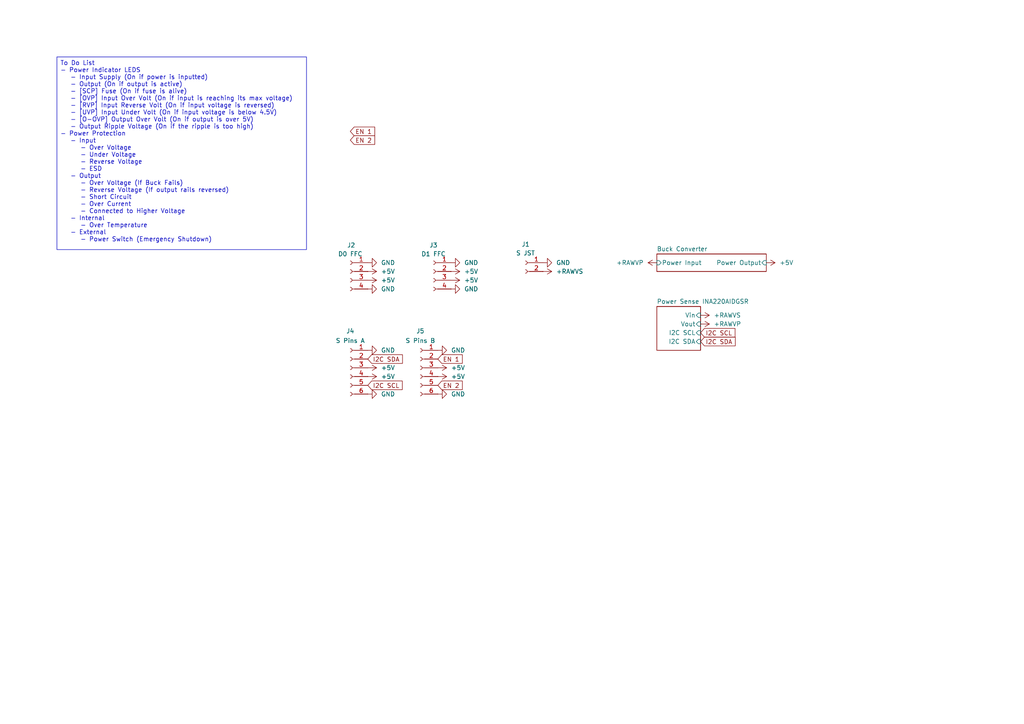
<source format=kicad_sch>
(kicad_sch (version 20231120) (generator "eeschema") (generator_version "8.0")
  (paper "A4")
  (lib_symbols
    (symbol "Connector:Conn_01x02_Socket" (pin_names (offset 1.016) hide)
      (property "Reference" "J" (at 0 2.54 0))
      (property "Value" "Conn_01x02_Socket" (at 0 -5.08 0))
      (symbol "Conn_01x02_Socket_1_1"
        (arc (start 0 -2.032) (mid -0.5058 -2.54) (end 0 -3.048) (stroke (width 0.1524)))
        (polyline (pts (xy -1.27 -2.54) (xy -0.508 -2.54)) (stroke (width 0.1524)))
        (polyline (pts (xy -1.27 0) (xy -0.508 0)) (stroke (width 0.1524)))
        (arc (start 0 0.508) (mid -0.5058 0) (end 0 -0.508) (stroke (width 0.1524)))
        (pin passive line (at -5.08 0 0) (length 3.81) (name "Pin_1") (number "1"))
        (pin passive line (at -5.08 -2.54 0) (length 3.81) (name "Pin_2") (number "2"))
      )
    )
    (symbol "Connector:Conn_01x04_Socket" (pin_names (offset 1.016) hide)
      (property "Reference" "J" (at 0 5.08 0))
      (property "Value" "Conn_01x04_Socket" (at 0 -7.62 0))
      (symbol "Conn_01x04_Socket_1_1"
        (arc (start 0 -4.572) (mid -0.5058 -5.08) (end 0 -5.588) (stroke (width 0.1524)))
        (arc (start 0 -2.032) (mid -0.5058 -2.54) (end 0 -3.048) (stroke (width 0.1524)))
        (polyline (pts (xy -1.27 -5.08) (xy -0.508 -5.08)) (stroke (width 0.1524)))
        (polyline (pts (xy -1.27 -2.54) (xy -0.508 -2.54)) (stroke (width 0.1524)))
        (polyline (pts (xy -1.27 0) (xy -0.508 0)) (stroke (width 0.1524)))
        (polyline (pts (xy -1.27 2.54) (xy -0.508 2.54)) (stroke (width 0.1524)))
        (arc (start 0 0.508) (mid -0.5058 0) (end 0 -0.508) (stroke (width 0.1524)))
        (arc (start 0 3.048) (mid -0.5058 2.54) (end 0 2.032) (stroke (width 0.1524)))
        (pin passive line (at -5.08 2.54 0) (length 3.81) (name "Pin_1") (number "1"))
        (pin passive line (at -5.08 0 0) (length 3.81) (name "Pin_2") (number "2"))
        (pin passive line (at -5.08 -2.54 0) (length 3.81) (name "Pin_3") (number "3"))
        (pin passive line (at -5.08 -5.08 0) (length 3.81) (name "Pin_4") (number "4"))
      )
    )
    (symbol "Connector:Conn_01x06_Socket" (pin_names (offset 1.016) hide)
      (property "Reference" "J" (at 0 7.62 0))
      (property "Value" "Conn_01x06_Socket" (at 0 -10.16 0))
      (symbol "Conn_01x06_Socket_1_1"
        (arc (start 0 -7.112) (mid -0.5058 -7.62) (end 0 -8.128) (stroke (width 0.1524)))
        (arc (start 0 -4.572) (mid -0.5058 -5.08) (end 0 -5.588) (stroke (width 0.1524)))
        (arc (start 0 -2.032) (mid -0.5058 -2.54) (end 0 -3.048) (stroke (width 0.1524)))
        (polyline (pts (xy -1.27 -7.62) (xy -0.508 -7.62)) (stroke (width 0.1524)))
        (polyline (pts (xy -1.27 -5.08) (xy -0.508 -5.08)) (stroke (width 0.1524)))
        (polyline (pts (xy -1.27 -2.54) (xy -0.508 -2.54)) (stroke (width 0.1524)))
        (polyline (pts (xy -1.27 0) (xy -0.508 0)) (stroke (width 0.1524)))
        (polyline (pts (xy -1.27 2.54) (xy -0.508 2.54)) (stroke (width 0.1524)))
        (polyline (pts (xy -1.27 5.08) (xy -0.508 5.08)) (stroke (width 0.1524)))
        (arc (start 0 0.508) (mid -0.5058 0) (end 0 -0.508) (stroke (width 0.1524)))
        (arc (start 0 3.048) (mid -0.5058 2.54) (end 0 2.032) (stroke (width 0.1524)))
        (arc (start 0 5.588) (mid -0.5058 5.08) (end 0 4.572) (stroke (width 0.1524)))
        (pin passive line (at -5.08 5.08 0) (length 3.81) (name "Pin_1") (number "1"))
        (pin passive line (at -5.08 2.54 0) (length 3.81) (name "Pin_2") (number "2"))
        (pin passive line (at -5.08 0 0) (length 3.81) (name "Pin_3") (number "3"))
        (pin passive line (at -5.08 -2.54 0) (length 3.81) (name "Pin_4") (number "4"))
        (pin passive line (at -5.08 -5.08 0) (length 3.81) (name "Pin_5") (number "5"))
        (pin passive line (at -5.08 -7.62 0) (length 3.81) (name "Pin_6") (number "6"))
      )
    )
    (symbol "power:+5V" (power) (pin_numbers hide) (pin_names (offset 0) hide)
      (property "Value" "+5V" (at 0 3.556 0))
      (symbol "+5V_0_1"
        (polyline (pts (xy -0.762 1.27) (xy 0 2.54)))
        (polyline (pts (xy 0 0) (xy 0 2.54)))
        (polyline (pts (xy 0 2.54) (xy 0.762 1.27)))
      )
      (symbol "+5V_1_1"
        (pin power_in line (at 0 0 90) (length 0) (name "~") (number "1"))
      )
    )
    (symbol "power:+5VP" (power) (pin_numbers hide) (pin_names (offset 0) hide)
      (property "Value" "+5VP" (at 0 3.556 0))
      (symbol "+5VP_0_1"
        (polyline (pts (xy -0.762 1.27) (xy 0 2.54)))
        (polyline (pts (xy 0 0) (xy 0 2.54)))
        (polyline (pts (xy 0 2.54) (xy 0.762 1.27)))
      )
      (symbol "+5VP_1_1"
        (pin power_in line (at 0 0 90) (length 0) (name "~") (number "1"))
      )
    )
    (symbol "power:GND" (power) (pin_numbers hide) (pin_names (offset 0) hide)
      (property "Value" "GND" (at 0 -3.81 0))
      (symbol "GND_0_1"
        (polyline (pts (xy 0 0) (xy 0 -1.27) (xy 1.27 -1.27) (xy 0 -2.54) (xy -1.27 -1.27) (xy 0 -1.27)))
      )
      (symbol "GND_1_1"
        (pin power_in line (at 0 0 270) (length 0) (name "~") (number "1"))
      )
    )
  )
  (text_box "To Do List\n- Power Indicator LEDS\n   - Input Supply (On if power is inputted)\n   - Output (On if output is active)\n   - [SCP] Fuse (On if fuse is alive)\n   - [OVP] Input Over Volt (On if input is reaching its max voltage)\n   - [RVP] Input Reverse Volt (On if input voltage is reversed)\n   - [UVP] Input Under Volt (On if input voltage is below 4.5V)\n   - [O-OVP] Output Over Volt (On if output is over 5V)\n   - Output Ripple Voltage (On if the ripple is too high)\n- Power Protection\n   - Input\n      - Over Voltage\n      - Under Voltage\n      - Reverse Voltage\n      - ESD\n   - Output\n      - Over Voltage (If Buck Fails)\n      - Reverse Voltage (If output rails reversed)\n      - Short Circuit\n      - Over Current\n      - Connected to Higher Voltage\n   - Internal\n      - Over Temperature\n   - External\n      - Power Switch (Emergency Shutdown)" (at 16.51 16.51 0) (size 72.39 55.88) (effects (font (size 1.27 1.27)) (justify left top)))
  (global_label "EN 2" (shape input) (at 101.6 40.64 0) (property "Intersheetrefs" "${INTERSHEET_REFS}" (effects (hide yes))))
  (global_label "I2C SCL" (shape input) (at 106.68 111.76 0) (property "Intersheetrefs" "${INTERSHEET_REFS}" (effects (hide yes))))
  (global_label "I2C SCL" (shape input) (at 203.2 96.52 0) (property "Intersheetrefs" "${INTERSHEET_REFS}" (effects (hide yes))))
  (global_label "EN 1" (shape input) (at 127 104.14 0) (property "Intersheetrefs" "${INTERSHEET_REFS}" (effects (hide yes))))
  (global_label "I2C SDA" (shape input) (at 106.68 104.14 0) (property "Intersheetrefs" "${INTERSHEET_REFS}" (effects (hide yes))))
  (global_label "I2C SDA" (shape input) (at 203.2 99.06 0) (property "Intersheetrefs" "${INTERSHEET_REFS}" (effects (hide yes))))
  (global_label "EN 2" (shape input) (at 127 111.76 0) (property "Intersheetrefs" "${INTERSHEET_REFS}" (effects (hide yes))))
  (global_label "EN 1" (shape input) (at 101.6 38.1 0) (property "Intersheetrefs" "${INTERSHEET_REFS}" (effects (hide yes))))
  (symbol (lib_id "power:+5VP") (at 203.2 91.44 270) (unit 1)
    (property "Reference" "#PWR05" (effects (hide yes)))
    (property "Value" "+RAWVS" (at 207.01 91.4399 90) (effects (justify left)))
    (property "Description" "Power symbol creates a global label with name \"+5VP\"" (effects (hide yes)))
  )
  (symbol (lib_id "power:+5V") (at 106.68 81.28 270) (unit 1)
    (property "Reference" "#PWR025" (effects (hide yes)))
    (property "Value" "+5V" (at 110.49 81.2799 90) (effects (justify left)))
    (property "Description" "Power symbol creates a global label with name \"+5V\"" (effects (hide yes)))
  )
  (symbol (lib_id "power:+5V") (at 106.68 109.22 270) (unit 1)
    (property "Reference" "#PWR033" (effects (hide yes)))
    (property "Value" "+5V" (at 110.49 109.2199 90) (effects (justify left)))
    (property "Description" "Power symbol creates a global label with name \"+5V\"" (effects (hide yes)))
  )
  (symbol (lib_id "power:+5VP") (at 203.2 93.98 270) (unit 1)
    (property "Reference" "#PWR06" (effects (hide yes)))
    (property "Value" "+RAWVP" (at 207.01 93.9799 90) (effects (justify left)))
    (property "Description" "Power symbol creates a global label with name \"+5VP\"" (effects (hide yes)))
  )
  (symbol (lib_id "power:GND") (at 106.68 83.82 90) (unit 1)
    (property "Reference" "#PWR026" (effects (hide yes)))
    (property "Value" "GND" (at 110.49 83.8199 90) (effects (justify right)))
    (property "Description" "Power symbol creates a global label with name \"GND\" , ground" (effects (hide yes)))
  )
  (symbol (lib_id "power:GND") (at 106.68 114.3 90) (unit 1)
    (property "Reference" "#PWR034" (effects (hide yes)))
    (property "Value" "GND" (at 110.49 114.2999 90) (effects (justify right)))
    (property "Description" "Power symbol creates a global label with name \"GND\" , ground" (effects (hide yes)))
  )
  (symbol (lib_id "Connector:Conn_01x04_Socket") (at 101.6 78.74 0) (mirror y) (unit 1)
    (property "Reference" "J2" (at 101.854 71.12 0))
    (property "Value" "D0 FFC" (at 101.6 73.66 0))
    (property "Footprint" "Connector_JST:JST_XH_B4B-XH-A_1x04_P2.50mm_Vertical" (effects (hide yes)))
    (property "Description" "Generic connector, single row, 01x04, script generated" (effects (hide yes)))
  )
  (symbol (lib_id "power:+5VP") (at 190.5 76.2 90) (unit 1)
    (property "Reference" "#PWR01" (effects (hide yes)))
    (property "Value" "+RAWVP" (at 186.69 76.1999 90) (effects (justify left)))
    (property "Description" "Power symbol creates a global label with name \"+5VP\"" (effects (hide yes)))
  )
  (symbol (lib_id "power:+5V") (at 127 106.68 270) (unit 1)
    (property "Reference" "#PWR037" (effects (hide yes)))
    (property "Value" "+5V" (at 130.81 106.6799 90) (effects (justify left)))
    (property "Description" "Power symbol creates a global label with name \"+5V\"" (effects (hide yes)))
  )
  (symbol (lib_id "power:GND") (at 106.68 76.2 90) (unit 1)
    (property "Reference" "#PWR023" (effects (hide yes)))
    (property "Value" "GND" (at 110.49 76.1999 90) (effects (justify right)))
    (property "Description" "Power symbol creates a global label with name \"GND\" , ground" (effects (hide yes)))
  )
  (symbol (lib_id "power:GND") (at 127 101.6 90) (unit 1)
    (property "Reference" "#PWR035" (effects (hide yes)))
    (property "Value" "GND" (at 130.81 101.5999 90) (effects (justify right)))
    (property "Description" "Power symbol creates a global label with name \"GND\" , ground" (effects (hide yes)))
  )
  (symbol (lib_id "power:+5V") (at 106.68 78.74 270) (unit 1)
    (property "Reference" "#PWR024" (effects (hide yes)))
    (property "Value" "+5V" (at 110.49 78.7399 90) (effects (justify left)))
    (property "Description" "Power symbol creates a global label with name \"+5V\"" (effects (hide yes)))
  )
  (symbol (lib_id "power:+5VP") (at 157.48 78.74 270) (unit 1)
    (property "Reference" "#PWR03" (effects (hide yes)))
    (property "Value" "+RAWVS" (at 161.29 78.7399 90) (effects (justify left)))
    (property "Description" "Power symbol creates a global label with name \"+5VP\"" (effects (hide yes)))
  )
  (symbol (lib_id "power:+5V") (at 106.68 106.68 270) (unit 1)
    (property "Reference" "#PWR032" (effects (hide yes)))
    (property "Value" "+5V" (at 110.49 106.6799 90) (effects (justify left)))
    (property "Description" "Power symbol creates a global label with name \"+5V\"" (effects (hide yes)))
  )
  (symbol (lib_id "power:+5V") (at 130.81 78.74 270) (unit 1)
    (property "Reference" "#PWR028" (effects (hide yes)))
    (property "Value" "+5V" (at 134.62 78.7399 90) (effects (justify left)))
    (property "Description" "Power symbol creates a global label with name \"+5V\"" (effects (hide yes)))
  )
  (symbol (lib_id "power:GND") (at 157.48 76.2 90) (unit 1)
    (property "Reference" "#PWR02" (effects (hide yes)))
    (property "Value" "GND" (at 161.29 76.1999 90) (effects (justify right)))
    (property "Description" "Power symbol creates a global label with name \"GND\" , ground" (effects (hide yes)))
  )
  (symbol (lib_id "power:GND") (at 130.81 76.2 90) (unit 1)
    (property "Reference" "#PWR027" (effects (hide yes)))
    (property "Value" "GND" (at 134.62 76.1999 90) (effects (justify right)))
    (property "Description" "Power symbol creates a global label with name \"GND\" , ground" (effects (hide yes)))
  )
  (symbol (lib_id "Connector:Conn_01x06_Socket") (at 121.92 106.68 0) (mirror y) (unit 1)
    (property "Reference" "J5" (at 121.92 96.012 0))
    (property "Value" "S Pins B" (at 121.92 98.806 0))
    (property "Footprint" "Connector_PinHeader_2.54mm:PinHeader_1x06_P2.54mm_Vertical" (effects (hide yes)))
    (property "Description" "Generic connector, single row, 01x06, script generated" (effects (hide yes)))
  )
  (symbol (lib_id "power:+5V") (at 222.25 76.2 270) (unit 1)
    (property "Reference" "#PWR04" (effects (hide yes)))
    (property "Value" "+5V" (at 226.06 76.1999 90) (effects (justify left)))
    (property "Description" "Power symbol creates a global label with name \"+5V\"" (effects (hide yes)))
  )
  (symbol (lib_id "power:GND") (at 127 114.3 90) (unit 1)
    (property "Reference" "#PWR040" (effects (hide yes)))
    (property "Value" "GND" (at 130.81 114.2999 90) (effects (justify right)))
    (property "Description" "Power symbol creates a global label with name \"GND\" , ground" (effects (hide yes)))
  )
  (symbol (lib_id "Connector:Conn_01x02_Socket") (at 152.4 76.2 0) (mirror y) (unit 1)
    (property "Reference" "J1" (at 153.67 70.866 0) (effects (justify left)))
    (property "Value" "S JST" (at 155.194 73.406 0) (effects (justify left)))
    (property "Footprint" "Connector_AMASS:AMASS_XT30PW-M_1x02_P2.50mm_Horizontal" (effects (hide yes)))
    (property "Description" "Generic connector, single row, 01x02, script generated" (effects (hide yes)))
  )
  (symbol (lib_id "Connector:Conn_01x04_Socket") (at 125.73 78.74 0) (mirror y) (unit 1)
    (property "Reference" "J3" (at 125.73 71.12 0))
    (property "Value" "D1 FFC" (at 125.73 73.66 0))
    (property "Footprint" "Connector_JST:JST_XH_B4B-XH-A_1x04_P2.50mm_Vertical" (effects (hide yes)))
    (property "Description" "Generic connector, single row, 01x04, script generated" (effects (hide yes)))
  )
  (symbol (lib_id "Connector:Conn_01x06_Socket") (at 101.6 106.68 0) (mirror y) (unit 1)
    (property "Reference" "J4" (at 101.6 96.012 0))
    (property "Value" "S Pins A" (at 101.6 98.806 0))
    (property "Footprint" "Connector_PinHeader_2.54mm:PinHeader_1x06_P2.54mm_Vertical" (effects (hide yes)))
    (property "Description" "Generic connector, single row, 01x06, script generated" (effects (hide yes)))
  )
  (symbol (lib_id "power:+5V") (at 127 109.22 270) (unit 1)
    (property "Reference" "#PWR038" (effects (hide yes)))
    (property "Value" "+5V" (at 130.81 109.2199 90) (effects (justify left)))
    (property "Description" "Power symbol creates a global label with name \"+5V\"" (effects (hide yes)))
  )
  (symbol (lib_id "power:GND") (at 130.81 83.82 90) (unit 1)
    (property "Reference" "#PWR030" (effects (hide yes)))
    (property "Value" "GND" (at 134.62 83.8199 90) (effects (justify right)))
    (property "Description" "Power symbol creates a global label with name \"GND\" , ground" (effects (hide yes)))
  )
  (symbol (lib_id "power:+5V") (at 130.81 81.28 270) (unit 1)
    (property "Reference" "#PWR029" (effects (hide yes)))
    (property "Value" "+5V" (at 134.62 81.2799 90) (effects (justify left)))
    (property "Description" "Power symbol creates a global label with name \"+5V\"" (effects (hide yes)))
  )
  (symbol (lib_id "power:GND") (at 106.68 101.6 90) (unit 1)
    (property "Reference" "#PWR031" (effects (hide yes)))
    (property "Value" "GND" (at 110.49 101.5999 90) (effects (justify right)))
    (property "Description" "Power symbol creates a global label with name \"GND\" , ground" (effects (hide yes)))
  )
  (sheet (at 190.5 88.9) (size 12.7 12.7) (stroke (width 0.1524))
    (property "Sheetname" "Power Sense INA220AIDGSR" (at 190.5 88.1884 0) (effects (justify left bottom)))
    (property "Sheetfile" "PowerSense.kicad_sch" (effects (hide yes)))
    (pin "I2C SDA" input (at 203.2 99.06 0))
    (pin "I2C SCL" input (at 203.2 96.52 0))
    (pin "Vout" input (at 203.2 93.98 0))
    (pin "Vin" input (at 203.2 91.44 0))
  )
  (sheet (at 190.5 73.66) (size 31.75 5.08) (stroke (width 0.1524))
    (property "Sheetname" "Buck Converter" (at 190.5 72.9484 0) (effects (justify left bottom)))
    (property "Sheetfile" "buckconverter.kicad_sch" (effects (hide yes)))
    (pin "Power Output" input (at 222.25 76.2 0))
    (pin "Power Input" input (at 190.5 76.2 180))
  )
)
</source>
